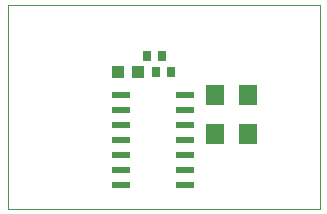
<source format=gtp>
G75*
%MOIN*%
%OFA0B0*%
%FSLAX24Y24*%
%IPPOS*%
%LPD*%
%AMOC8*
5,1,8,0,0,1.08239X$1,22.5*
%
%ADD10C,0.0000*%
%ADD11R,0.0630X0.0236*%
%ADD12R,0.0630X0.0709*%
%ADD13R,0.0433X0.0394*%
%ADD14R,0.0276X0.0354*%
D10*
X000150Y000200D02*
X010550Y000200D01*
X010550Y007000D01*
X000150Y007000D01*
X000150Y000200D01*
D11*
X003937Y001000D03*
X003937Y001500D03*
X003937Y002000D03*
X003937Y002500D03*
X003937Y003000D03*
X003937Y003500D03*
X003937Y004000D03*
X006063Y004000D03*
X006063Y003500D03*
X006063Y003000D03*
X006063Y002500D03*
X006063Y002000D03*
X006063Y001500D03*
X006063Y001000D03*
D12*
X007049Y002700D03*
X008151Y002700D03*
X008151Y004000D03*
X007049Y004000D03*
D13*
X004485Y004750D03*
X003815Y004750D03*
D14*
X004794Y005300D03*
X005306Y005300D03*
X005094Y004750D03*
X005606Y004750D03*
M02*

</source>
